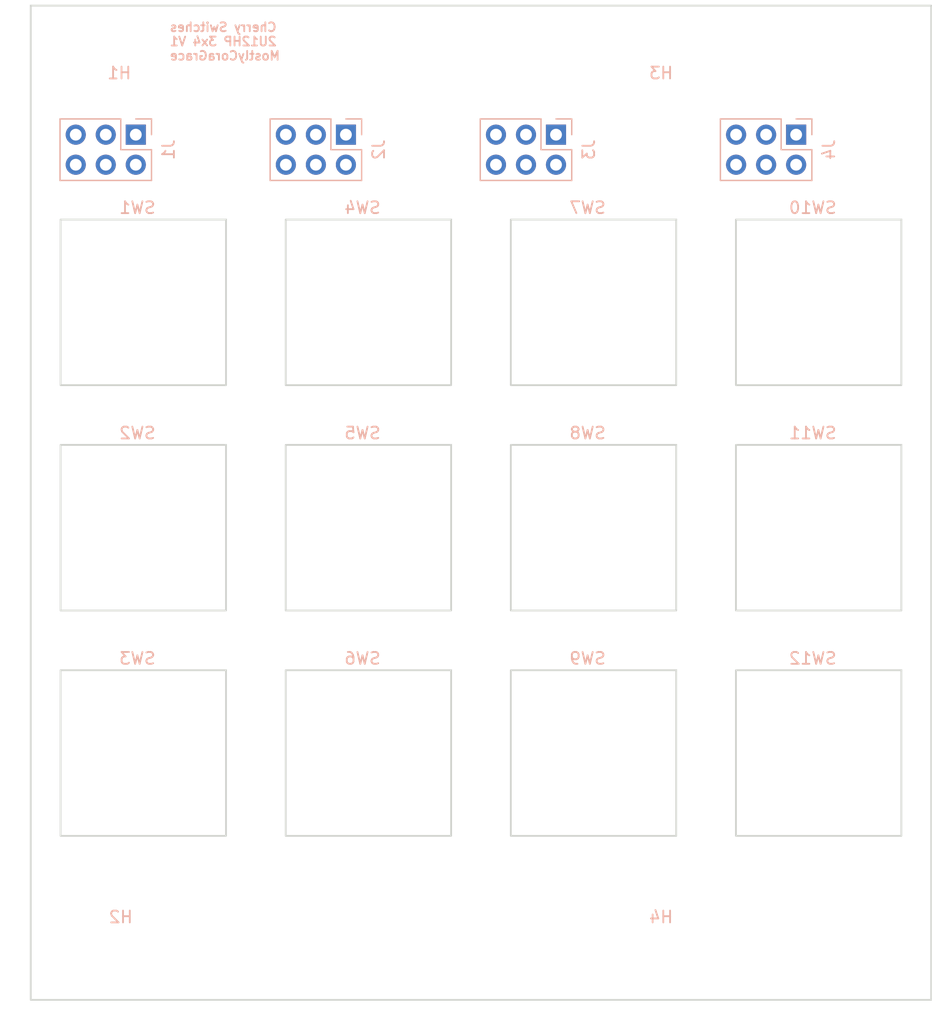
<source format=kicad_pcb>
(kicad_pcb (version 20240108) (generator "pcbnew") (generator_version "8.0")
  (layers (0 "F.Cu" signal) (31 "B.Cu" signal) (34 "B.Paste" user) (35 "F.Paste" user) (36 "B.SilkS" user "B.Silkscreen") (37 "F.SilkS" user "F.Silkscreen") (38 "B.Mask" user) (39 "F.Mask" user) (44 "Edge.Cuts" user))
  (net 0 "")
  (footprint "Connector_PinSocket_2.54mm:PinSocket_2x03_P2.54mm_Vertical" (layer "B.Cu") (at 64.77 13.335 90)
    (property "Reference" "J4" (at -1.27 2.77 90) (layer "B.SilkS") (effects (justify mirror)))
    (property "Value" "Conn_02x03_Odd_Even")
    (fp_line (start 1.33 -6.41) (end -3.87 -6.41) (stroke (width 0.12)) (layer "B.SilkS"))
    (fp_line (start 1.33 -6.41) (end 1.33 -1.27) (stroke (width 0.12)) (layer "B.SilkS"))
    (fp_line (start -3.87 -6.41) (end -3.87 1.33) (stroke (width 0.12)) (layer "B.SilkS"))
    (fp_line (start 1.33 -1.27) (end -1.27 -1.27) (stroke (width 0.12)) (layer "B.SilkS"))
    (fp_line (start -1.27 -1.27) (end -1.27 1.33) (stroke (width 0.12)) (layer "B.SilkS"))
    (fp_line (start 1.33 0) (end 1.33 1.33) (stroke (width 0.12)) (layer "B.SilkS"))
    (fp_line (start 1.33 1.33) (end 0 1.33) (stroke (width 0.12)) (layer "B.SilkS"))
    (fp_line (start -1.27 1.33) (end -3.87 1.33) (stroke (width 0.12)) (layer "B.SilkS"))
    (pad "1" thru_hole rect (at 0 0 90) (size 1.7 1.7) (drill 1) (layers "*.Cu" "*.Mask"))
    (pad "2" thru_hole oval (at -2.54 0 90) (size 1.7 1.7) (drill 1) (layers "*.Cu" "*.Mask"))
    (pad "3" thru_hole oval (at 0 -2.54 90) (size 1.7 1.7) (drill 1) (layers "*.Cu" "*.Mask"))
    (pad "4" thru_hole oval (at -2.54 -2.54 90) (size 1.7 1.7) (drill 1) (layers "*.Cu" "*.Mask"))
    (pad "5" thru_hole oval (at 0 -5.08 90) (size 1.7 1.7) (drill 1) (layers "*.Cu" "*.Mask"))
    (pad "6" thru_hole oval (at -2.54 -5.08 90) (size 1.7 1.7) (drill 1) (layers "*.Cu" "*.Mask"))
  )
  (footprint "EXC:SW_Cherry_MX_1.00u_Mount" (layer "B.Cu") (at 28.575 27.512 180)
    (property "Reference" "SW4" (at 0.5 8 0) (layer "B.SilkS") (effects (justify mirror)))
    (property "Value" "SW_SPST_MOUNT")
    (fp_rect (start -7 7) (end 7 -7) (stroke (width 0.15)) (fill none) (layer "Edge.Cuts"))
  )
  (footprint "EXC:SW_Cherry_MX_1.00u_Mount" (layer "B.Cu") (at 9.525 65.612 180)
    (property "Reference" "SW3" (at 0.5 8 0) (layer "B.SilkS") (effects (justify mirror)))
    (property "Value" "SW_SPST_MOUNT")
    (fp_rect (start -7 7) (end 7 -7) (stroke (width 0.15)) (fill none) (layer "Edge.Cuts"))
  )
  (footprint "EXC:MountingHole_3.2mm_M3" (layer "B.Cu") (at 7.62 83.475 180)
    (property "Reference" "H2" (at 0 4 0) (layer "B.SilkS") (effects (justify mirror)))
    (property "Value" "Eurorack_M3_MountingHole")
    (pad "" np_thru_hole oval (at 0 0 180) (size 4.8 3.2) (drill oval 4.8 3.2) (layers "F&B.Cu" "*.Mask"))
  )
  (footprint "EXC:SW_Cherry_MX_1.00u_Mount" (layer "B.Cu") (at 66.675 65.612 180)
    (property "Reference" "SW12" (at 0.5 8 0) (layer "B.SilkS") (effects (justify mirror)))
    (property "Value" "SW_SPST_MOUNT")
    (fp_rect (start -7 7) (end 7 -7) (stroke (width 0.15)) (fill none) (layer "Edge.Cuts"))
  )
  (footprint "EXC:MountingHole_3.2mm_M3" (layer "B.Cu") (at 7.62 5.425 180)
    (property "Reference" "H1" (at 0.127 -2.703 0) (layer "B.SilkS") (effects (justify mirror)))
    (property "Value" "Eurorack_M3_MountingHole")
    (pad "" np_thru_hole oval (at 0 0 180) (size 4.8 3.2) (drill oval 4.8 3.2) (layers "F&B.Cu" "*.Mask"))
  )
  (footprint "EXC:SW_Cherry_MX_1.00u_Mount" (layer "B.Cu") (at 66.675 27.512 180)
    (property "Reference" "SW10" (at 0.5 8 0) (layer "B.SilkS") (effects (justify mirror)))
    (property "Value" "SW_SPST_MOUNT")
    (fp_rect (start -7 7) (end 7 -7) (stroke (width 0.15)) (fill none) (layer "Edge.Cuts"))
  )
  (footprint "EXC:SW_Cherry_MX_1.00u_Mount" (layer "B.Cu") (at 9.525 46.562 180)
    (property "Reference" "SW2" (at 0.5 8 0) (layer "B.SilkS") (effects (justify mirror)))
    (property "Value" "SW_SPST_MOUNT")
    (fp_rect (start -7 7) (end 7 -7) (stroke (width 0.15)) (fill none) (layer "Edge.Cuts"))
  )
  (footprint "EXC:SW_Cherry_MX_1.00u_Mount" (layer "B.Cu") (at 28.575 46.562 180)
    (property "Reference" "SW5" (at 0.5 8 0) (layer "B.SilkS") (effects (justify mirror)))
    (property "Value" "SW_SPST_MOUNT")
    (fp_rect (start -7 7) (end 7 -7) (stroke (width 0.15)) (fill none) (layer "Edge.Cuts"))
  )
  (footprint "EXC:MountingHole_3.2mm_M3" (layer "B.Cu") (at 53.34 83.475 180)
    (property "Reference" "H4" (at 0 4 0) (layer "B.SilkS") (effects (justify mirror)))
    (property "Value" "Eurorack_M3_MountingHole")
    (pad "" np_thru_hole oval (at 0 0 180) (size 4.8 3.2) (drill oval 4.8 3.2) (layers "F&B.Cu" "*.Mask"))
  )
  (footprint "EXC:MountingHole_3.2mm_M3" (layer "B.Cu") (at 53.34 5.425 180)
    (property "Reference" "H3" (at 0 -2.703 0) (layer "B.SilkS") (effects (justify mirror)))
    (property "Value" "Eurorack_M3_MountingHole")
    (pad "" np_thru_hole oval (at 0 0 180) (size 4.8 3.2) (drill oval 4.8 3.2) (layers "F&B.Cu" "*.Mask"))
  )
  (footprint "EXC:SW_Cherry_MX_1.00u_Mount" (layer "B.Cu") (at 28.575 65.612 180)
    (property "Reference" "SW6" (at 0.5 8 0) (layer "B.SilkS") (effects (justify mirror)))
    (property "Value" "SW_SPST_MOUNT")
    (fp_rect (start -7 7) (end 7 -7) (stroke (width 0.15)) (fill none) (layer "Edge.Cuts"))
  )
  (footprint "Connector_PinSocket_2.54mm:PinSocket_2x03_P2.54mm_Vertical" (layer "B.Cu") (at 26.67 13.335 90)
    (property "Reference" "J2" (at -1.27 2.77 90) (layer "B.SilkS") (effects (justify mirror)))
    (property "Value" "Conn_02x03_Odd_Even")
    (fp_line (start 1.33 -6.41) (end -3.87 -6.41) (stroke (width 0.12)) (layer "B.SilkS"))
    (fp_line (start 1.33 -6.41) (end 1.33 -1.27) (stroke (width 0.12)) (layer "B.SilkS"))
    (fp_line (start -3.87 -6.41) (end -3.87 1.33) (stroke (width 0.12)) (layer "B.SilkS"))
    (fp_line (start 1.33 -1.27) (end -1.27 -1.27) (stroke (width 0.12)) (layer "B.SilkS"))
    (fp_line (start -1.27 -1.27) (end -1.27 1.33) (stroke (width 0.12)) (layer "B.SilkS"))
    (fp_line (start 1.33 0) (end 1.33 1.33) (stroke (width 0.12)) (layer "B.SilkS"))
    (fp_line (start 1.33 1.33) (end 0 1.33) (stroke (width 0.12)) (layer "B.SilkS"))
    (fp_line (start -1.27 1.33) (end -3.87 1.33) (stroke (width 0.12)) (layer "B.SilkS"))
    (pad "1" thru_hole rect (at 0 0 90) (size 1.7 1.7) (drill 1) (layers "*.Cu" "*.Mask"))
    (pad "2" thru_hole oval (at -2.54 0 90) (size 1.7 1.7) (drill 1) (layers "*.Cu" "*.Mask"))
    (pad "3" thru_hole oval (at 0 -2.54 90) (size 1.7 1.7) (drill 1) (layers "*.Cu" "*.Mask"))
    (pad "4" thru_hole oval (at -2.54 -2.54 90) (size 1.7 1.7) (drill 1) (layers "*.Cu" "*.Mask"))
    (pad "5" thru_hole oval (at 0 -5.08 90) (size 1.7 1.7) (drill 1) (layers "*.Cu" "*.Mask"))
    (pad "6" thru_hole oval (at -2.54 -5.08 90) (size 1.7 1.7) (drill 1) (layers "*.Cu" "*.Mask"))
  )
  (footprint "EXC:SW_Cherry_MX_1.00u_Mount" (layer "B.Cu") (at 9.525 27.512 180)
    (property "Reference" "SW1" (at 0.5 8 0) (layer "B.SilkS") (effects (justify mirror)))
    (property "Value" "SW_SPST_MOUNT")
    (fp_rect (start -7 7) (end 7 -7) (stroke (width 0.15)) (fill none) (layer "Edge.Cuts"))
  )
  (footprint "Connector_PinSocket_2.54mm:PinSocket_2x03_P2.54mm_Vertical" (layer "B.Cu") (at 44.45 13.335 90)
    (property "Reference" "J3" (at -1.27 2.77 90) (layer "B.SilkS") (effects (justify mirror)))
    (property "Value" "Conn_02x03_Odd_Even")
    (fp_line (start 1.33 -6.41) (end -3.87 -6.41) (stroke (width 0.12)) (layer "B.SilkS"))
    (fp_line (start 1.33 -6.41) (end 1.33 -1.27) (stroke (width 0.12)) (layer "B.SilkS"))
    (fp_line (start -3.87 -6.41) (end -3.87 1.33) (stroke (width 0.12)) (layer "B.SilkS"))
    (fp_line (start 1.33 -1.27) (end -1.27 -1.27) (stroke (width 0.12)) (layer "B.SilkS"))
    (fp_line (start -1.27 -1.27) (end -1.27 1.33) (stroke (width 0.12)) (layer "B.SilkS"))
    (fp_line (start 1.33 0) (end 1.33 1.33) (stroke (width 0.12)) (layer "B.SilkS"))
    (fp_line (start 1.33 1.33) (end 0 1.33) (stroke (width 0.12)) (layer "B.SilkS"))
    (fp_line (start -1.27 1.33) (end -3.87 1.33) (stroke (width 0.12)) (layer "B.SilkS"))
    (pad "1" thru_hole rect (at 0 0 90) (size 1.7 1.7) (drill 1) (layers "*.Cu" "*.Mask"))
    (pad "2" thru_hole oval (at -2.54 0 90) (size 1.7 1.7) (drill 1) (layers "*.Cu" "*.Mask"))
    (pad "3" thru_hole oval (at 0 -2.54 90) (size 1.7 1.7) (drill 1) (layers "*.Cu" "*.Mask"))
    (pad "4" thru_hole oval (at -2.54 -2.54 90) (size 1.7 1.7) (drill 1) (layers "*.Cu" "*.Mask"))
    (pad "5" thru_hole oval (at 0 -5.08 90) (size 1.7 1.7) (drill 1) (layers "*.Cu" "*.Mask"))
    (pad "6" thru_hole oval (at -2.54 -5.08 90) (size 1.7 1.7) (drill 1) (layers "*.Cu" "*.Mask"))
  )
  (footprint "EXC:SW_Cherry_MX_1.00u_Mount" (layer "B.Cu") (at 47.625 46.562 180)
    (property "Reference" "SW8" (at 0.5 8 0) (layer "B.SilkS") (effects (justify mirror)))
    (property "Value" "SW_SPST_MOUNT")
    (fp_rect (start -7 7) (end 7 -7) (stroke (width 0.15)) (fill none) (layer "Edge.Cuts"))
  )
  (footprint "EXC:SW_Cherry_MX_1.00u_Mount" (layer "B.Cu") (at 66.675 46.562 180)
    (property "Reference" "SW11" (at 0.5 8 0) (layer "B.SilkS") (effects (justify mirror)))
    (property "Value" "SW_SPST_MOUNT")
    (fp_rect (start -7 7) (end 7 -7) (stroke (width 0.15)) (fill none) (layer "Edge.Cuts"))
  )
  (footprint "Connector_PinSocket_2.54mm:PinSocket_2x03_P2.54mm_Vertical" (layer "B.Cu") (at 8.89 13.335 90)
    (property "Reference" "J1" (at -1.27 2.77 90) (layer "B.SilkS") (effects (justify mirror)))
    (property "Value" "Conn_02x03_Odd_Even")
    (fp_line (start 1.33 -6.41) (end -3.87 -6.41) (stroke (width 0.12)) (layer "B.SilkS"))
    (fp_line (start 1.33 -6.41) (end 1.33 -1.27) (stroke (width 0.12)) (layer "B.SilkS"))
    (fp_line (start -3.87 -6.41) (end -3.87 1.33) (stroke (width 0.12)) (layer "B.SilkS"))
    (fp_line (start 1.33 -1.27) (end -1.27 -1.27) (stroke (width 0.12)) (layer "B.SilkS"))
    (fp_line (start -1.27 -1.27) (end -1.27 1.33) (stroke (width 0.12)) (layer "B.SilkS"))
    (fp_line (start 1.33 0) (end 1.33 1.33) (stroke (width 0.12)) (layer "B.SilkS"))
    (fp_line (start 1.33 1.33) (end 0 1.33) (stroke (width 0.12)) (layer "B.SilkS"))
    (fp_line (start -1.27 1.33) (end -3.87 1.33) (stroke (width 0.12)) (layer "B.SilkS"))
    (pad "1" thru_hole rect (at 0 0 90) (size 1.7 1.7) (drill 1) (layers "*.Cu" "*.Mask"))
    (pad "2" thru_hole oval (at -2.54 0 90) (size 1.7 1.7) (drill 1) (layers "*.Cu" "*.Mask"))
    (pad "3" thru_hole oval (at 0 -2.54 90) (size 1.7 1.7) (drill 1) (layers "*.Cu" "*.Mask"))
    (pad "4" thru_hole oval (at -2.54 -2.54 90) (size 1.7 1.7) (drill 1) (layers "*.Cu" "*.Mask"))
    (pad "5" thru_hole oval (at 0 -5.08 90) (size 1.7 1.7) (drill 1) (layers "*.Cu" "*.Mask"))
    (pad "6" thru_hole oval (at -2.54 -5.08 90) (size 1.7 1.7) (drill 1) (layers "*.Cu" "*.Mask"))
  )
  (footprint "EXC:SW_Cherry_MX_1.00u_Mount" (layer "B.Cu") (at 47.625 65.612 180)
    (property "Reference" "SW9" (at 0.5 8 0) (layer "B.SilkS") (effects (justify mirror)))
    (property "Value" "SW_SPST_MOUNT")
    (fp_rect (start -7 7) (end 7 -7) (stroke (width 0.15)) (fill none) (layer "Edge.Cuts"))
  )
  (footprint "EXC:SW_Cherry_MX_1.00u_Mount" (layer "B.Cu") (at 47.625 27.512 180)
    (property "Reference" "SW7" (at 0.5 8 0) (layer "B.SilkS") (effects (justify mirror)))
    (property "Value" "SW_SPST_MOUNT")
    (fp_rect (start -7 7) (end 7 -7) (stroke (width 0.15)) (fill none) (layer "Edge.Cuts"))
  )
  (gr_rect (start 0 2.425) (end 76.2 86.475) (stroke (width 0.15)) (fill none) (layer "Edge.Cuts"))
  (gr_text "Cherry Switches\n2U12HP 3x4 V1\nMostlyCoraGrace" (at 11.684 3.81 0) (layer "B.SilkS") (effects (font (size 0.75 0.75) (thickness 0.15) (bold yes)) (justify right top mirror)))
)
</source>
